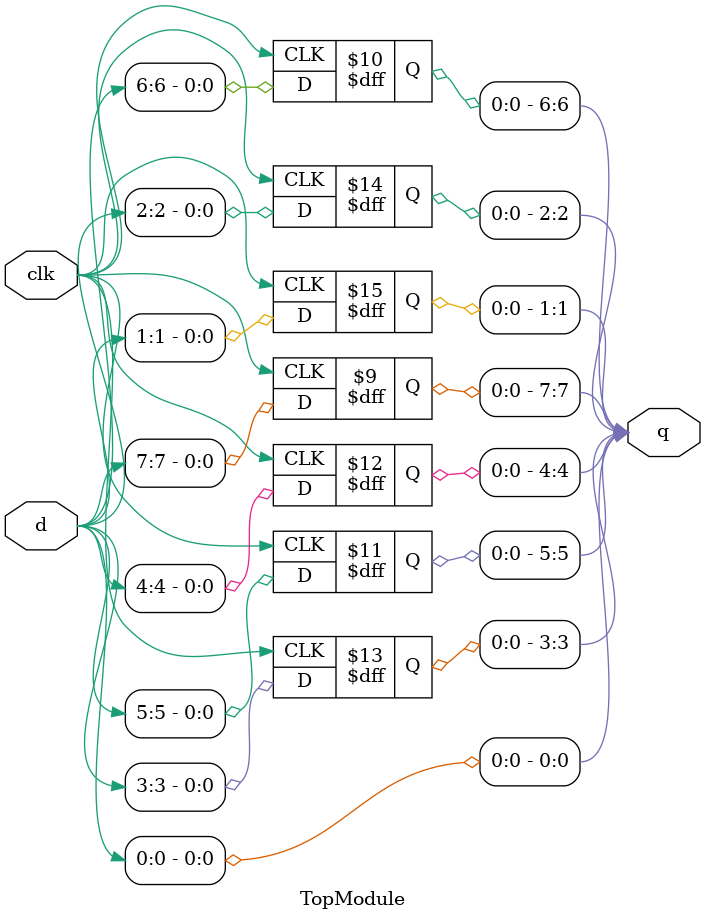
<source format=sv>

module TopModule (
  input clk,
  input [7:0] d,
  output reg [7:0] q
);

// Create 8 DFFs using always_comb and always_ff blocks
always_comb begin
    q[0] = d[0]; // Q0
end

always @(posedge clk) begin
    q[1] = d[1]; // Q1
end

always @(posedge clk) begin
    q[2] = d[2]; // Q2
end

always @(posedge clk) begin
    q[3] = d[3]; // Q3
end

always @(posedge clk) begin
    q[4] = d[4]; // Q4
end

always @(posedge clk) begin
    q[5] = d[5]; // Q5
end

always @(posedge clk) begin
    q[6] = d[6]; // Q6
end

always @(posedge clk) begin
    q[7] = d[7]; // Q7
end

endmodule

// VERILOG-EVAL: errant inclusion of module definition

</source>
